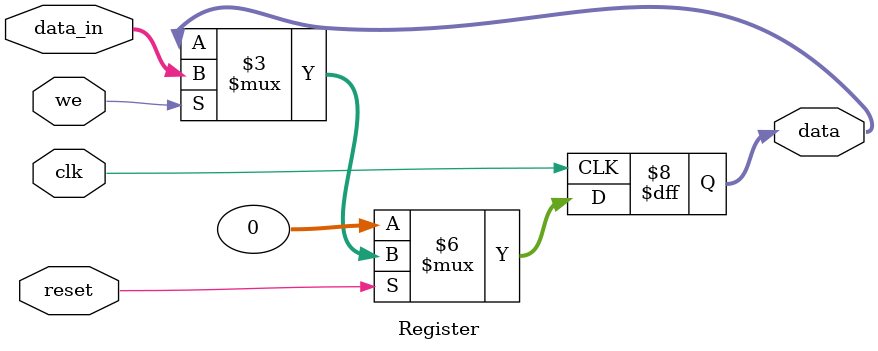
<source format=sv>
module Register #(
    parameter XLEN = 32
) (
    clk,
    reset,
    data_in,
    data,
    we
);
input[XLEN -1 : 0] data_in;
input clk;
input reset;
input we;
output reg [XLEN -1 : 0] data;

always @(posedge clk) begin
    if (reset == 0)
        data <= {XLEN{1'b0}};
    else
        if(we)
            data <= data_in;    
end
    
endmodule
</source>
